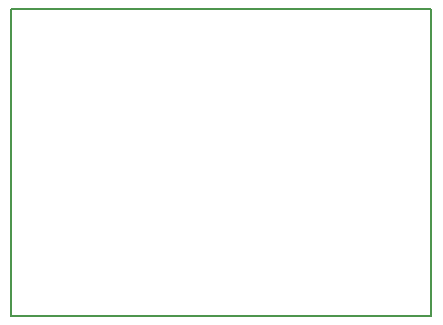
<source format=gbr>
%TF.GenerationSoftware,KiCad,Pcbnew,8.0.1*%
%TF.CreationDate,2024-05-13T16:53:06-04:00*%
%TF.ProjectId,LM1085,4c4d3130-3835-42e6-9b69-6361645f7063,rev?*%
%TF.SameCoordinates,Original*%
%TF.FileFunction,Profile,NP*%
%FSLAX46Y46*%
G04 Gerber Fmt 4.6, Leading zero omitted, Abs format (unit mm)*
G04 Created by KiCad (PCBNEW 8.0.1) date 2024-05-13 16:53:06*
%MOMM*%
%LPD*%
G01*
G04 APERTURE LIST*
%TA.AperFunction,Profile*%
%ADD10C,0.150000*%
%TD*%
G04 APERTURE END LIST*
D10*
X133350489Y-120015000D02*
X133349511Y-93980000D01*
X168909511Y-93980000D02*
X168909755Y-120015000D01*
X168909755Y-120015000D02*
X133350489Y-120015000D01*
X133349511Y-93980000D02*
X168909511Y-93980000D01*
M02*

</source>
